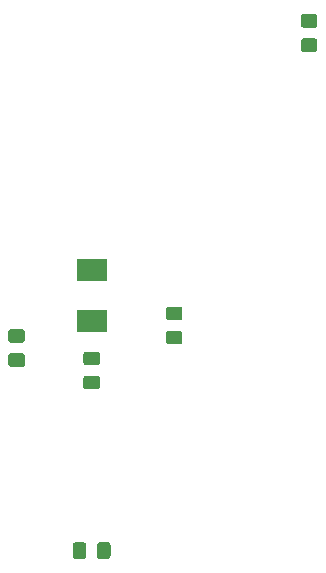
<source format=gbr>
G04 #@! TF.GenerationSoftware,KiCad,Pcbnew,5.1.5-52549c5~84~ubuntu18.04.1*
G04 #@! TF.CreationDate,2020-03-02T16:39:28-05:00*
G04 #@! TF.ProjectId,Etapa de potencia,45746170-6120-4646-9520-706f74656e63,rev?*
G04 #@! TF.SameCoordinates,Original*
G04 #@! TF.FileFunction,Paste,Bot*
G04 #@! TF.FilePolarity,Positive*
%FSLAX46Y46*%
G04 Gerber Fmt 4.6, Leading zero omitted, Abs format (unit mm)*
G04 Created by KiCad (PCBNEW 5.1.5-52549c5~84~ubuntu18.04.1) date 2020-03-02 16:39:28*
%MOMM*%
%LPD*%
G04 APERTURE LIST*
%ADD10C,0.100000*%
%ADD11R,2.500000X1.900000*%
G04 APERTURE END LIST*
D10*
G36*
X99799505Y-114871204D02*
G01*
X99823773Y-114874804D01*
X99847572Y-114880765D01*
X99870671Y-114889030D01*
X99892850Y-114899520D01*
X99913893Y-114912132D01*
X99933599Y-114926747D01*
X99951777Y-114943223D01*
X99968253Y-114961401D01*
X99982868Y-114981107D01*
X99995480Y-115002150D01*
X100005970Y-115024329D01*
X100014235Y-115047428D01*
X100020196Y-115071227D01*
X100023796Y-115095495D01*
X100025000Y-115119999D01*
X100025000Y-116020001D01*
X100023796Y-116044505D01*
X100020196Y-116068773D01*
X100014235Y-116092572D01*
X100005970Y-116115671D01*
X99995480Y-116137850D01*
X99982868Y-116158893D01*
X99968253Y-116178599D01*
X99951777Y-116196777D01*
X99933599Y-116213253D01*
X99913893Y-116227868D01*
X99892850Y-116240480D01*
X99870671Y-116250970D01*
X99847572Y-116259235D01*
X99823773Y-116265196D01*
X99799505Y-116268796D01*
X99775001Y-116270000D01*
X99124999Y-116270000D01*
X99100495Y-116268796D01*
X99076227Y-116265196D01*
X99052428Y-116259235D01*
X99029329Y-116250970D01*
X99007150Y-116240480D01*
X98986107Y-116227868D01*
X98966401Y-116213253D01*
X98948223Y-116196777D01*
X98931747Y-116178599D01*
X98917132Y-116158893D01*
X98904520Y-116137850D01*
X98894030Y-116115671D01*
X98885765Y-116092572D01*
X98879804Y-116068773D01*
X98876204Y-116044505D01*
X98875000Y-116020001D01*
X98875000Y-115119999D01*
X98876204Y-115095495D01*
X98879804Y-115071227D01*
X98885765Y-115047428D01*
X98894030Y-115024329D01*
X98904520Y-115002150D01*
X98917132Y-114981107D01*
X98931747Y-114961401D01*
X98948223Y-114943223D01*
X98966401Y-114926747D01*
X98986107Y-114912132D01*
X99007150Y-114899520D01*
X99029329Y-114889030D01*
X99052428Y-114880765D01*
X99076227Y-114874804D01*
X99100495Y-114871204D01*
X99124999Y-114870000D01*
X99775001Y-114870000D01*
X99799505Y-114871204D01*
G37*
G36*
X97749505Y-114871204D02*
G01*
X97773773Y-114874804D01*
X97797572Y-114880765D01*
X97820671Y-114889030D01*
X97842850Y-114899520D01*
X97863893Y-114912132D01*
X97883599Y-114926747D01*
X97901777Y-114943223D01*
X97918253Y-114961401D01*
X97932868Y-114981107D01*
X97945480Y-115002150D01*
X97955970Y-115024329D01*
X97964235Y-115047428D01*
X97970196Y-115071227D01*
X97973796Y-115095495D01*
X97975000Y-115119999D01*
X97975000Y-116020001D01*
X97973796Y-116044505D01*
X97970196Y-116068773D01*
X97964235Y-116092572D01*
X97955970Y-116115671D01*
X97945480Y-116137850D01*
X97932868Y-116158893D01*
X97918253Y-116178599D01*
X97901777Y-116196777D01*
X97883599Y-116213253D01*
X97863893Y-116227868D01*
X97842850Y-116240480D01*
X97820671Y-116250970D01*
X97797572Y-116259235D01*
X97773773Y-116265196D01*
X97749505Y-116268796D01*
X97725001Y-116270000D01*
X97074999Y-116270000D01*
X97050495Y-116268796D01*
X97026227Y-116265196D01*
X97002428Y-116259235D01*
X96979329Y-116250970D01*
X96957150Y-116240480D01*
X96936107Y-116227868D01*
X96916401Y-116213253D01*
X96898223Y-116196777D01*
X96881747Y-116178599D01*
X96867132Y-116158893D01*
X96854520Y-116137850D01*
X96844030Y-116115671D01*
X96835765Y-116092572D01*
X96829804Y-116068773D01*
X96826204Y-116044505D01*
X96825000Y-116020001D01*
X96825000Y-115119999D01*
X96826204Y-115095495D01*
X96829804Y-115071227D01*
X96835765Y-115047428D01*
X96844030Y-115024329D01*
X96854520Y-115002150D01*
X96867132Y-114981107D01*
X96881747Y-114961401D01*
X96898223Y-114943223D01*
X96916401Y-114926747D01*
X96936107Y-114912132D01*
X96957150Y-114899520D01*
X96979329Y-114889030D01*
X97002428Y-114880765D01*
X97026227Y-114874804D01*
X97050495Y-114871204D01*
X97074999Y-114870000D01*
X97725001Y-114870000D01*
X97749505Y-114871204D01*
G37*
G36*
X92549505Y-98876204D02*
G01*
X92573773Y-98879804D01*
X92597572Y-98885765D01*
X92620671Y-98894030D01*
X92642850Y-98904520D01*
X92663893Y-98917132D01*
X92683599Y-98931747D01*
X92701777Y-98948223D01*
X92718253Y-98966401D01*
X92732868Y-98986107D01*
X92745480Y-99007150D01*
X92755970Y-99029329D01*
X92764235Y-99052428D01*
X92770196Y-99076227D01*
X92773796Y-99100495D01*
X92775000Y-99124999D01*
X92775000Y-99775001D01*
X92773796Y-99799505D01*
X92770196Y-99823773D01*
X92764235Y-99847572D01*
X92755970Y-99870671D01*
X92745480Y-99892850D01*
X92732868Y-99913893D01*
X92718253Y-99933599D01*
X92701777Y-99951777D01*
X92683599Y-99968253D01*
X92663893Y-99982868D01*
X92642850Y-99995480D01*
X92620671Y-100005970D01*
X92597572Y-100014235D01*
X92573773Y-100020196D01*
X92549505Y-100023796D01*
X92525001Y-100025000D01*
X91624999Y-100025000D01*
X91600495Y-100023796D01*
X91576227Y-100020196D01*
X91552428Y-100014235D01*
X91529329Y-100005970D01*
X91507150Y-99995480D01*
X91486107Y-99982868D01*
X91466401Y-99968253D01*
X91448223Y-99951777D01*
X91431747Y-99933599D01*
X91417132Y-99913893D01*
X91404520Y-99892850D01*
X91394030Y-99870671D01*
X91385765Y-99847572D01*
X91379804Y-99823773D01*
X91376204Y-99799505D01*
X91375000Y-99775001D01*
X91375000Y-99124999D01*
X91376204Y-99100495D01*
X91379804Y-99076227D01*
X91385765Y-99052428D01*
X91394030Y-99029329D01*
X91404520Y-99007150D01*
X91417132Y-98986107D01*
X91431747Y-98966401D01*
X91448223Y-98948223D01*
X91466401Y-98931747D01*
X91486107Y-98917132D01*
X91507150Y-98904520D01*
X91529329Y-98894030D01*
X91552428Y-98885765D01*
X91576227Y-98879804D01*
X91600495Y-98876204D01*
X91624999Y-98875000D01*
X92525001Y-98875000D01*
X92549505Y-98876204D01*
G37*
G36*
X92549505Y-96826204D02*
G01*
X92573773Y-96829804D01*
X92597572Y-96835765D01*
X92620671Y-96844030D01*
X92642850Y-96854520D01*
X92663893Y-96867132D01*
X92683599Y-96881747D01*
X92701777Y-96898223D01*
X92718253Y-96916401D01*
X92732868Y-96936107D01*
X92745480Y-96957150D01*
X92755970Y-96979329D01*
X92764235Y-97002428D01*
X92770196Y-97026227D01*
X92773796Y-97050495D01*
X92775000Y-97074999D01*
X92775000Y-97725001D01*
X92773796Y-97749505D01*
X92770196Y-97773773D01*
X92764235Y-97797572D01*
X92755970Y-97820671D01*
X92745480Y-97842850D01*
X92732868Y-97863893D01*
X92718253Y-97883599D01*
X92701777Y-97901777D01*
X92683599Y-97918253D01*
X92663893Y-97932868D01*
X92642850Y-97945480D01*
X92620671Y-97955970D01*
X92597572Y-97964235D01*
X92573773Y-97970196D01*
X92549505Y-97973796D01*
X92525001Y-97975000D01*
X91624999Y-97975000D01*
X91600495Y-97973796D01*
X91576227Y-97970196D01*
X91552428Y-97964235D01*
X91529329Y-97955970D01*
X91507150Y-97945480D01*
X91486107Y-97932868D01*
X91466401Y-97918253D01*
X91448223Y-97901777D01*
X91431747Y-97883599D01*
X91417132Y-97863893D01*
X91404520Y-97842850D01*
X91394030Y-97820671D01*
X91385765Y-97797572D01*
X91379804Y-97773773D01*
X91376204Y-97749505D01*
X91375000Y-97725001D01*
X91375000Y-97074999D01*
X91376204Y-97050495D01*
X91379804Y-97026227D01*
X91385765Y-97002428D01*
X91394030Y-96979329D01*
X91404520Y-96957150D01*
X91417132Y-96936107D01*
X91431747Y-96916401D01*
X91448223Y-96898223D01*
X91466401Y-96881747D01*
X91486107Y-96867132D01*
X91507150Y-96854520D01*
X91529329Y-96844030D01*
X91552428Y-96835765D01*
X91576227Y-96829804D01*
X91600495Y-96826204D01*
X91624999Y-96825000D01*
X92525001Y-96825000D01*
X92549505Y-96826204D01*
G37*
G36*
X117314505Y-72206204D02*
G01*
X117338773Y-72209804D01*
X117362572Y-72215765D01*
X117385671Y-72224030D01*
X117407850Y-72234520D01*
X117428893Y-72247132D01*
X117448599Y-72261747D01*
X117466777Y-72278223D01*
X117483253Y-72296401D01*
X117497868Y-72316107D01*
X117510480Y-72337150D01*
X117520970Y-72359329D01*
X117529235Y-72382428D01*
X117535196Y-72406227D01*
X117538796Y-72430495D01*
X117540000Y-72454999D01*
X117540000Y-73105001D01*
X117538796Y-73129505D01*
X117535196Y-73153773D01*
X117529235Y-73177572D01*
X117520970Y-73200671D01*
X117510480Y-73222850D01*
X117497868Y-73243893D01*
X117483253Y-73263599D01*
X117466777Y-73281777D01*
X117448599Y-73298253D01*
X117428893Y-73312868D01*
X117407850Y-73325480D01*
X117385671Y-73335970D01*
X117362572Y-73344235D01*
X117338773Y-73350196D01*
X117314505Y-73353796D01*
X117290001Y-73355000D01*
X116389999Y-73355000D01*
X116365495Y-73353796D01*
X116341227Y-73350196D01*
X116317428Y-73344235D01*
X116294329Y-73335970D01*
X116272150Y-73325480D01*
X116251107Y-73312868D01*
X116231401Y-73298253D01*
X116213223Y-73281777D01*
X116196747Y-73263599D01*
X116182132Y-73243893D01*
X116169520Y-73222850D01*
X116159030Y-73200671D01*
X116150765Y-73177572D01*
X116144804Y-73153773D01*
X116141204Y-73129505D01*
X116140000Y-73105001D01*
X116140000Y-72454999D01*
X116141204Y-72430495D01*
X116144804Y-72406227D01*
X116150765Y-72382428D01*
X116159030Y-72359329D01*
X116169520Y-72337150D01*
X116182132Y-72316107D01*
X116196747Y-72296401D01*
X116213223Y-72278223D01*
X116231401Y-72261747D01*
X116251107Y-72247132D01*
X116272150Y-72234520D01*
X116294329Y-72224030D01*
X116317428Y-72215765D01*
X116341227Y-72209804D01*
X116365495Y-72206204D01*
X116389999Y-72205000D01*
X117290001Y-72205000D01*
X117314505Y-72206204D01*
G37*
G36*
X117314505Y-70156204D02*
G01*
X117338773Y-70159804D01*
X117362572Y-70165765D01*
X117385671Y-70174030D01*
X117407850Y-70184520D01*
X117428893Y-70197132D01*
X117448599Y-70211747D01*
X117466777Y-70228223D01*
X117483253Y-70246401D01*
X117497868Y-70266107D01*
X117510480Y-70287150D01*
X117520970Y-70309329D01*
X117529235Y-70332428D01*
X117535196Y-70356227D01*
X117538796Y-70380495D01*
X117540000Y-70404999D01*
X117540000Y-71055001D01*
X117538796Y-71079505D01*
X117535196Y-71103773D01*
X117529235Y-71127572D01*
X117520970Y-71150671D01*
X117510480Y-71172850D01*
X117497868Y-71193893D01*
X117483253Y-71213599D01*
X117466777Y-71231777D01*
X117448599Y-71248253D01*
X117428893Y-71262868D01*
X117407850Y-71275480D01*
X117385671Y-71285970D01*
X117362572Y-71294235D01*
X117338773Y-71300196D01*
X117314505Y-71303796D01*
X117290001Y-71305000D01*
X116389999Y-71305000D01*
X116365495Y-71303796D01*
X116341227Y-71300196D01*
X116317428Y-71294235D01*
X116294329Y-71285970D01*
X116272150Y-71275480D01*
X116251107Y-71262868D01*
X116231401Y-71248253D01*
X116213223Y-71231777D01*
X116196747Y-71213599D01*
X116182132Y-71193893D01*
X116169520Y-71172850D01*
X116159030Y-71150671D01*
X116150765Y-71127572D01*
X116144804Y-71103773D01*
X116141204Y-71079505D01*
X116140000Y-71055001D01*
X116140000Y-70404999D01*
X116141204Y-70380495D01*
X116144804Y-70356227D01*
X116150765Y-70332428D01*
X116159030Y-70309329D01*
X116169520Y-70287150D01*
X116182132Y-70266107D01*
X116196747Y-70246401D01*
X116213223Y-70228223D01*
X116231401Y-70211747D01*
X116251107Y-70197132D01*
X116272150Y-70184520D01*
X116294329Y-70174030D01*
X116317428Y-70165765D01*
X116341227Y-70159804D01*
X116365495Y-70156204D01*
X116389999Y-70155000D01*
X117290001Y-70155000D01*
X117314505Y-70156204D01*
G37*
D11*
X98425000Y-91780000D03*
X98425000Y-96180000D03*
D10*
G36*
X98899505Y-100781204D02*
G01*
X98923773Y-100784804D01*
X98947572Y-100790765D01*
X98970671Y-100799030D01*
X98992850Y-100809520D01*
X99013893Y-100822132D01*
X99033599Y-100836747D01*
X99051777Y-100853223D01*
X99068253Y-100871401D01*
X99082868Y-100891107D01*
X99095480Y-100912150D01*
X99105970Y-100934329D01*
X99114235Y-100957428D01*
X99120196Y-100981227D01*
X99123796Y-101005495D01*
X99125000Y-101029999D01*
X99125000Y-101680001D01*
X99123796Y-101704505D01*
X99120196Y-101728773D01*
X99114235Y-101752572D01*
X99105970Y-101775671D01*
X99095480Y-101797850D01*
X99082868Y-101818893D01*
X99068253Y-101838599D01*
X99051777Y-101856777D01*
X99033599Y-101873253D01*
X99013893Y-101887868D01*
X98992850Y-101900480D01*
X98970671Y-101910970D01*
X98947572Y-101919235D01*
X98923773Y-101925196D01*
X98899505Y-101928796D01*
X98875001Y-101930000D01*
X97974999Y-101930000D01*
X97950495Y-101928796D01*
X97926227Y-101925196D01*
X97902428Y-101919235D01*
X97879329Y-101910970D01*
X97857150Y-101900480D01*
X97836107Y-101887868D01*
X97816401Y-101873253D01*
X97798223Y-101856777D01*
X97781747Y-101838599D01*
X97767132Y-101818893D01*
X97754520Y-101797850D01*
X97744030Y-101775671D01*
X97735765Y-101752572D01*
X97729804Y-101728773D01*
X97726204Y-101704505D01*
X97725000Y-101680001D01*
X97725000Y-101029999D01*
X97726204Y-101005495D01*
X97729804Y-100981227D01*
X97735765Y-100957428D01*
X97744030Y-100934329D01*
X97754520Y-100912150D01*
X97767132Y-100891107D01*
X97781747Y-100871401D01*
X97798223Y-100853223D01*
X97816401Y-100836747D01*
X97836107Y-100822132D01*
X97857150Y-100809520D01*
X97879329Y-100799030D01*
X97902428Y-100790765D01*
X97926227Y-100784804D01*
X97950495Y-100781204D01*
X97974999Y-100780000D01*
X98875001Y-100780000D01*
X98899505Y-100781204D01*
G37*
G36*
X98899505Y-98731204D02*
G01*
X98923773Y-98734804D01*
X98947572Y-98740765D01*
X98970671Y-98749030D01*
X98992850Y-98759520D01*
X99013893Y-98772132D01*
X99033599Y-98786747D01*
X99051777Y-98803223D01*
X99068253Y-98821401D01*
X99082868Y-98841107D01*
X99095480Y-98862150D01*
X99105970Y-98884329D01*
X99114235Y-98907428D01*
X99120196Y-98931227D01*
X99123796Y-98955495D01*
X99125000Y-98979999D01*
X99125000Y-99630001D01*
X99123796Y-99654505D01*
X99120196Y-99678773D01*
X99114235Y-99702572D01*
X99105970Y-99725671D01*
X99095480Y-99747850D01*
X99082868Y-99768893D01*
X99068253Y-99788599D01*
X99051777Y-99806777D01*
X99033599Y-99823253D01*
X99013893Y-99837868D01*
X98992850Y-99850480D01*
X98970671Y-99860970D01*
X98947572Y-99869235D01*
X98923773Y-99875196D01*
X98899505Y-99878796D01*
X98875001Y-99880000D01*
X97974999Y-99880000D01*
X97950495Y-99878796D01*
X97926227Y-99875196D01*
X97902428Y-99869235D01*
X97879329Y-99860970D01*
X97857150Y-99850480D01*
X97836107Y-99837868D01*
X97816401Y-99823253D01*
X97798223Y-99806777D01*
X97781747Y-99788599D01*
X97767132Y-99768893D01*
X97754520Y-99747850D01*
X97744030Y-99725671D01*
X97735765Y-99702572D01*
X97729804Y-99678773D01*
X97726204Y-99654505D01*
X97725000Y-99630001D01*
X97725000Y-98979999D01*
X97726204Y-98955495D01*
X97729804Y-98931227D01*
X97735765Y-98907428D01*
X97744030Y-98884329D01*
X97754520Y-98862150D01*
X97767132Y-98841107D01*
X97781747Y-98821401D01*
X97798223Y-98803223D01*
X97816401Y-98786747D01*
X97836107Y-98772132D01*
X97857150Y-98759520D01*
X97879329Y-98749030D01*
X97902428Y-98740765D01*
X97926227Y-98734804D01*
X97950495Y-98731204D01*
X97974999Y-98730000D01*
X98875001Y-98730000D01*
X98899505Y-98731204D01*
G37*
G36*
X105884505Y-96971204D02*
G01*
X105908773Y-96974804D01*
X105932572Y-96980765D01*
X105955671Y-96989030D01*
X105977850Y-96999520D01*
X105998893Y-97012132D01*
X106018599Y-97026747D01*
X106036777Y-97043223D01*
X106053253Y-97061401D01*
X106067868Y-97081107D01*
X106080480Y-97102150D01*
X106090970Y-97124329D01*
X106099235Y-97147428D01*
X106105196Y-97171227D01*
X106108796Y-97195495D01*
X106110000Y-97219999D01*
X106110000Y-97870001D01*
X106108796Y-97894505D01*
X106105196Y-97918773D01*
X106099235Y-97942572D01*
X106090970Y-97965671D01*
X106080480Y-97987850D01*
X106067868Y-98008893D01*
X106053253Y-98028599D01*
X106036777Y-98046777D01*
X106018599Y-98063253D01*
X105998893Y-98077868D01*
X105977850Y-98090480D01*
X105955671Y-98100970D01*
X105932572Y-98109235D01*
X105908773Y-98115196D01*
X105884505Y-98118796D01*
X105860001Y-98120000D01*
X104959999Y-98120000D01*
X104935495Y-98118796D01*
X104911227Y-98115196D01*
X104887428Y-98109235D01*
X104864329Y-98100970D01*
X104842150Y-98090480D01*
X104821107Y-98077868D01*
X104801401Y-98063253D01*
X104783223Y-98046777D01*
X104766747Y-98028599D01*
X104752132Y-98008893D01*
X104739520Y-97987850D01*
X104729030Y-97965671D01*
X104720765Y-97942572D01*
X104714804Y-97918773D01*
X104711204Y-97894505D01*
X104710000Y-97870001D01*
X104710000Y-97219999D01*
X104711204Y-97195495D01*
X104714804Y-97171227D01*
X104720765Y-97147428D01*
X104729030Y-97124329D01*
X104739520Y-97102150D01*
X104752132Y-97081107D01*
X104766747Y-97061401D01*
X104783223Y-97043223D01*
X104801401Y-97026747D01*
X104821107Y-97012132D01*
X104842150Y-96999520D01*
X104864329Y-96989030D01*
X104887428Y-96980765D01*
X104911227Y-96974804D01*
X104935495Y-96971204D01*
X104959999Y-96970000D01*
X105860001Y-96970000D01*
X105884505Y-96971204D01*
G37*
G36*
X105884505Y-94921204D02*
G01*
X105908773Y-94924804D01*
X105932572Y-94930765D01*
X105955671Y-94939030D01*
X105977850Y-94949520D01*
X105998893Y-94962132D01*
X106018599Y-94976747D01*
X106036777Y-94993223D01*
X106053253Y-95011401D01*
X106067868Y-95031107D01*
X106080480Y-95052150D01*
X106090970Y-95074329D01*
X106099235Y-95097428D01*
X106105196Y-95121227D01*
X106108796Y-95145495D01*
X106110000Y-95169999D01*
X106110000Y-95820001D01*
X106108796Y-95844505D01*
X106105196Y-95868773D01*
X106099235Y-95892572D01*
X106090970Y-95915671D01*
X106080480Y-95937850D01*
X106067868Y-95958893D01*
X106053253Y-95978599D01*
X106036777Y-95996777D01*
X106018599Y-96013253D01*
X105998893Y-96027868D01*
X105977850Y-96040480D01*
X105955671Y-96050970D01*
X105932572Y-96059235D01*
X105908773Y-96065196D01*
X105884505Y-96068796D01*
X105860001Y-96070000D01*
X104959999Y-96070000D01*
X104935495Y-96068796D01*
X104911227Y-96065196D01*
X104887428Y-96059235D01*
X104864329Y-96050970D01*
X104842150Y-96040480D01*
X104821107Y-96027868D01*
X104801401Y-96013253D01*
X104783223Y-95996777D01*
X104766747Y-95978599D01*
X104752132Y-95958893D01*
X104739520Y-95937850D01*
X104729030Y-95915671D01*
X104720765Y-95892572D01*
X104714804Y-95868773D01*
X104711204Y-95844505D01*
X104710000Y-95820001D01*
X104710000Y-95169999D01*
X104711204Y-95145495D01*
X104714804Y-95121227D01*
X104720765Y-95097428D01*
X104729030Y-95074329D01*
X104739520Y-95052150D01*
X104752132Y-95031107D01*
X104766747Y-95011401D01*
X104783223Y-94993223D01*
X104801401Y-94976747D01*
X104821107Y-94962132D01*
X104842150Y-94949520D01*
X104864329Y-94939030D01*
X104887428Y-94930765D01*
X104911227Y-94924804D01*
X104935495Y-94921204D01*
X104959999Y-94920000D01*
X105860001Y-94920000D01*
X105884505Y-94921204D01*
G37*
M02*

</source>
